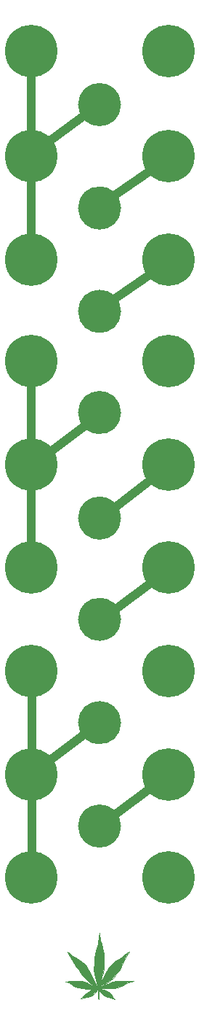
<source format=gbr>
G04 #@! TF.GenerationSoftware,KiCad,Pcbnew,(5.1.5-0)*
G04 #@! TF.CreationDate,2021-01-12T22:03:51-08:00*
G04 #@! TF.ProjectId,divideandconquer,64697669-6465-4616-9e64-636f6e717565,rev?*
G04 #@! TF.SameCoordinates,Original*
G04 #@! TF.FileFunction,Copper,L1,Top*
G04 #@! TF.FilePolarity,Positive*
%FSLAX46Y46*%
G04 Gerber Fmt 4.6, Leading zero omitted, Abs format (unit mm)*
G04 Created by KiCad (PCBNEW (5.1.5-0)) date 2021-01-12 22:03:51*
%MOMM*%
%LPD*%
G04 APERTURE LIST*
%ADD10C,1.000000*%
%ADD11C,0.100000*%
%ADD12C,3.100000*%
%ADD13C,6.100000*%
G04 APERTURE END LIST*
D10*
X22100000Y-204750000D02*
G75*
G03X22100000Y-204750000I-2000000J0D01*
G01*
X20100000Y-204750000D02*
X28100000Y-198750000D01*
X22100000Y-192750000D02*
G75*
G03X22100000Y-192750000I-2000000J0D01*
G01*
X12100000Y-198750000D02*
X20100000Y-192750000D01*
X12250000Y-210500000D02*
X12250000Y-186750000D01*
X22100000Y-133000000D02*
G75*
G03X22100000Y-133000000I-2000000J0D01*
G01*
X20100000Y-132750000D02*
X28100000Y-127250000D01*
X22100000Y-121000000D02*
G75*
G03X22100000Y-121000000I-2000000J0D01*
G01*
X11850000Y-127000000D02*
X20100000Y-121000000D01*
X12100000Y-114750000D02*
X12100000Y-139000000D01*
X22100000Y-180750000D02*
G75*
G03X22100000Y-180750000I-2000000J0D01*
G01*
X20100000Y-181000000D02*
X28100000Y-175000000D01*
X20350000Y-169000000D02*
X28100000Y-163000000D01*
X20100000Y-144750000D02*
X28100000Y-139250000D01*
X22100000Y-145000000D02*
G75*
G03X22100000Y-145000000I-2000000J0D01*
G01*
X22100000Y-169000000D02*
G75*
G03X22100000Y-169000000I-2000000J0D01*
G01*
X22100000Y-156750000D02*
G75*
G03X22100000Y-156750000I-2000000J0D01*
G01*
X12100000Y-163000000D02*
X20100000Y-157000000D01*
X12100000Y-175000000D02*
X12100000Y-151250000D01*
D11*
G36*
X16596400Y-219524900D02*
G01*
X16913900Y-219766200D01*
X17479050Y-220083700D01*
X18075950Y-220515500D01*
X18450600Y-220896500D01*
X18850650Y-221461650D01*
X19447550Y-222642750D01*
X19746000Y-223207900D01*
X19758700Y-223220600D01*
X19428500Y-223246000D01*
X19326900Y-223195200D01*
X18971300Y-222947550D01*
X18564900Y-222579250D01*
X18234700Y-222230000D01*
X17879100Y-221798200D01*
X17599700Y-221379100D01*
X17409200Y-221125100D01*
X17155200Y-220667900D01*
X16901200Y-220299600D01*
X16659900Y-219880500D01*
X16380500Y-219321700D01*
X16596400Y-219524900D01*
G37*
X16596400Y-219524900D02*
X16913900Y-219766200D01*
X17479050Y-220083700D01*
X18075950Y-220515500D01*
X18450600Y-220896500D01*
X18850650Y-221461650D01*
X19447550Y-222642750D01*
X19746000Y-223207900D01*
X19758700Y-223220600D01*
X19428500Y-223246000D01*
X19326900Y-223195200D01*
X18971300Y-222947550D01*
X18564900Y-222579250D01*
X18234700Y-222230000D01*
X17879100Y-221798200D01*
X17599700Y-221379100D01*
X17409200Y-221125100D01*
X17155200Y-220667900D01*
X16901200Y-220299600D01*
X16659900Y-219880500D01*
X16380500Y-219321700D01*
X16596400Y-219524900D01*
G36*
X18002925Y-222703075D02*
G01*
X18339475Y-222798325D01*
X18603000Y-222890400D01*
X19301500Y-223296800D01*
X19331980Y-223324740D01*
X19339600Y-223309500D01*
X19339600Y-223322200D01*
X19331980Y-223324740D01*
X19250700Y-223487300D01*
X19644400Y-223627000D01*
X19434850Y-223652400D01*
X19041150Y-223677800D01*
X18564900Y-223677800D01*
X18120400Y-223614300D01*
X17637800Y-223500000D01*
X17244100Y-223385700D01*
X16837700Y-223157100D01*
X16520200Y-222928500D01*
X16113800Y-222801500D01*
X16761500Y-222750700D01*
X17294900Y-222712600D01*
X17758450Y-222706250D01*
X18002925Y-222703075D01*
G37*
X18002925Y-222703075D02*
X18339475Y-222798325D01*
X18603000Y-222890400D01*
X19301500Y-223296800D01*
X19331980Y-223324740D01*
X19339600Y-223309500D01*
X19339600Y-223322200D01*
X19331980Y-223324740D01*
X19250700Y-223487300D01*
X19644400Y-223627000D01*
X19434850Y-223652400D01*
X19041150Y-223677800D01*
X18564900Y-223677800D01*
X18120400Y-223614300D01*
X17637800Y-223500000D01*
X17244100Y-223385700D01*
X16837700Y-223157100D01*
X16520200Y-222928500D01*
X16113800Y-222801500D01*
X16761500Y-222750700D01*
X17294900Y-222712600D01*
X17758450Y-222706250D01*
X18002925Y-222703075D01*
G36*
X19866650Y-223766700D02*
G01*
X19498350Y-224198500D01*
X19060200Y-224471550D01*
X18679200Y-224611250D01*
X17929900Y-224776350D01*
X18412500Y-224249300D01*
X18806200Y-223982600D01*
X19174500Y-223779400D01*
X19644400Y-223703200D01*
X19669800Y-223703200D01*
X19866650Y-223766700D01*
G37*
X19866650Y-223766700D02*
X19498350Y-224198500D01*
X19060200Y-224471550D01*
X18679200Y-224611250D01*
X17929900Y-224776350D01*
X18412500Y-224249300D01*
X18806200Y-223982600D01*
X19174500Y-223779400D01*
X19644400Y-223703200D01*
X19669800Y-223703200D01*
X19866650Y-223766700D01*
G36*
X20000000Y-223284100D02*
G01*
X19788862Y-223477775D01*
X20007937Y-223573025D01*
X20758825Y-224115950D01*
X20577850Y-224211200D01*
X20000000Y-223754000D01*
X20012700Y-224846200D01*
X19898400Y-224706500D01*
X19892050Y-223817500D01*
X19936500Y-223817500D01*
X19555500Y-223601600D01*
X19269750Y-223449200D01*
X19434850Y-223169800D01*
X20000000Y-223284100D01*
G37*
X20000000Y-223284100D02*
X19788862Y-223477775D01*
X20007937Y-223573025D01*
X20758825Y-224115950D01*
X20577850Y-224211200D01*
X20000000Y-223754000D01*
X20012700Y-224846200D01*
X19898400Y-224706500D01*
X19892050Y-223817500D01*
X19936500Y-223817500D01*
X19555500Y-223601600D01*
X19269750Y-223449200D01*
X19434850Y-223169800D01*
X20000000Y-223284100D01*
G36*
X20641350Y-223741300D02*
G01*
X21193800Y-224020700D01*
X21520825Y-224347725D01*
X21655763Y-224577913D01*
X21887538Y-224847788D01*
X21581150Y-224763650D01*
X21327150Y-224687450D01*
X21149350Y-224623950D01*
X20774700Y-224490600D01*
X20415925Y-224296925D01*
X20155575Y-224011175D01*
X20031750Y-223849250D01*
X20095250Y-223887350D01*
X20069850Y-223823850D01*
X20133350Y-223652400D01*
X20641350Y-223741300D01*
G37*
X20641350Y-223741300D02*
X21193800Y-224020700D01*
X21520825Y-224347725D01*
X21655763Y-224577913D01*
X21887538Y-224847788D01*
X21581150Y-224763650D01*
X21327150Y-224687450D01*
X21149350Y-224623950D01*
X20774700Y-224490600D01*
X20415925Y-224296925D01*
X20155575Y-224011175D01*
X20031750Y-223849250D01*
X20095250Y-223887350D01*
X20069850Y-223823850D01*
X20133350Y-223652400D01*
X20641350Y-223741300D01*
G36*
X23073400Y-222738000D02*
G01*
X23505200Y-222763400D01*
X24083207Y-222773943D01*
X23403600Y-222928500D01*
X22971800Y-223119000D01*
X22628900Y-223334900D01*
X22209800Y-223500000D01*
X21676400Y-223588900D01*
X21231900Y-223614300D01*
X20654050Y-223595250D01*
X20076200Y-223576200D01*
X20012700Y-223500000D01*
X20228600Y-223436500D01*
X20235585Y-223385700D01*
X20551815Y-223258700D01*
X21085850Y-223030100D01*
X21638300Y-222826900D01*
X22032000Y-222712600D01*
X22476500Y-222712600D01*
X23073400Y-222738000D01*
G37*
X23073400Y-222738000D02*
X23505200Y-222763400D01*
X24083207Y-222773943D01*
X23403600Y-222928500D01*
X22971800Y-223119000D01*
X22628900Y-223334900D01*
X22209800Y-223500000D01*
X21676400Y-223588900D01*
X21231900Y-223614300D01*
X20654050Y-223595250D01*
X20076200Y-223576200D01*
X20012700Y-223500000D01*
X20228600Y-223436500D01*
X20235585Y-223385700D01*
X20551815Y-223258700D01*
X21085850Y-223030100D01*
X21638300Y-222826900D01*
X22032000Y-222712600D01*
X22476500Y-222712600D01*
X23073400Y-222738000D01*
G36*
X23060700Y-220083700D02*
G01*
X22819400Y-220579000D01*
X22616200Y-221036200D01*
X22355850Y-221556900D01*
X22082800Y-221912500D01*
X21771650Y-222325250D01*
X21301750Y-222718950D01*
X20800100Y-223055500D01*
X19695200Y-223652400D01*
X19720600Y-223322200D01*
X20025400Y-223271400D01*
X20273050Y-222833250D01*
X20488950Y-222369700D01*
X20654050Y-222039500D01*
X20838200Y-221747400D01*
X21003300Y-221429900D01*
X21282700Y-221074300D01*
X21562100Y-220756800D01*
X21892300Y-220464700D01*
X22235200Y-220236100D01*
X22616200Y-219982100D01*
X23009900Y-219715400D01*
X23543300Y-219321700D01*
X23060700Y-220083700D01*
G37*
X23060700Y-220083700D02*
X22819400Y-220579000D01*
X22616200Y-221036200D01*
X22355850Y-221556900D01*
X22082800Y-221912500D01*
X21771650Y-222325250D01*
X21301750Y-222718950D01*
X20800100Y-223055500D01*
X19695200Y-223652400D01*
X19720600Y-223322200D01*
X20025400Y-223271400D01*
X20273050Y-222833250D01*
X20488950Y-222369700D01*
X20654050Y-222039500D01*
X20838200Y-221747400D01*
X21003300Y-221429900D01*
X21282700Y-221074300D01*
X21562100Y-220756800D01*
X21892300Y-220464700D01*
X22235200Y-220236100D01*
X22616200Y-219982100D01*
X23009900Y-219715400D01*
X23543300Y-219321700D01*
X23060700Y-220083700D01*
G36*
X20215900Y-217950100D02*
G01*
X20317500Y-218432700D01*
X20431800Y-218889900D01*
X20514350Y-219220100D01*
X20577850Y-219601100D01*
X20622300Y-220121800D01*
X20622300Y-220655200D01*
X20571500Y-221239400D01*
X20508000Y-221760100D01*
X20365125Y-222255400D01*
X20066675Y-223271400D01*
X19853950Y-223220600D01*
X19619000Y-222306200D01*
X19445962Y-221442600D01*
X19461837Y-220655200D01*
X19514225Y-219994800D01*
X19676150Y-219220100D01*
X19911100Y-218407300D01*
X20038100Y-217632600D01*
X20101600Y-217111900D01*
X20215900Y-217950100D01*
G37*
X20215900Y-217950100D02*
X20317500Y-218432700D01*
X20431800Y-218889900D01*
X20514350Y-219220100D01*
X20577850Y-219601100D01*
X20622300Y-220121800D01*
X20622300Y-220655200D01*
X20571500Y-221239400D01*
X20508000Y-221760100D01*
X20365125Y-222255400D01*
X20066675Y-223271400D01*
X19853950Y-223220600D01*
X19619000Y-222306200D01*
X19445962Y-221442600D01*
X19461837Y-220655200D01*
X19514225Y-219994800D01*
X19676150Y-219220100D01*
X19911100Y-218407300D01*
X20038100Y-217632600D01*
X20101600Y-217111900D01*
X20215900Y-217950100D01*
D12*
X20100000Y-204750000D03*
X20100000Y-192750000D03*
X20100000Y-180750000D03*
X20100000Y-121000000D03*
X20100000Y-133000000D03*
X20100000Y-145000000D03*
X20100000Y-156750000D03*
X20100000Y-169000000D03*
D13*
X28100000Y-114750000D03*
X28100000Y-127000000D03*
X12100000Y-127000000D03*
X12100000Y-114750000D03*
X12100000Y-210750000D03*
X28100000Y-210750000D03*
X28100000Y-198750000D03*
X12100000Y-198750000D03*
X28100000Y-186750000D03*
X12100000Y-186750000D03*
X12100000Y-174750000D03*
X12100000Y-162750000D03*
X12100000Y-150750000D03*
X12100000Y-139000000D03*
X28100000Y-139000000D03*
X28100000Y-174750000D03*
X28100000Y-162750000D03*
X28100000Y-150750000D03*
M02*

</source>
